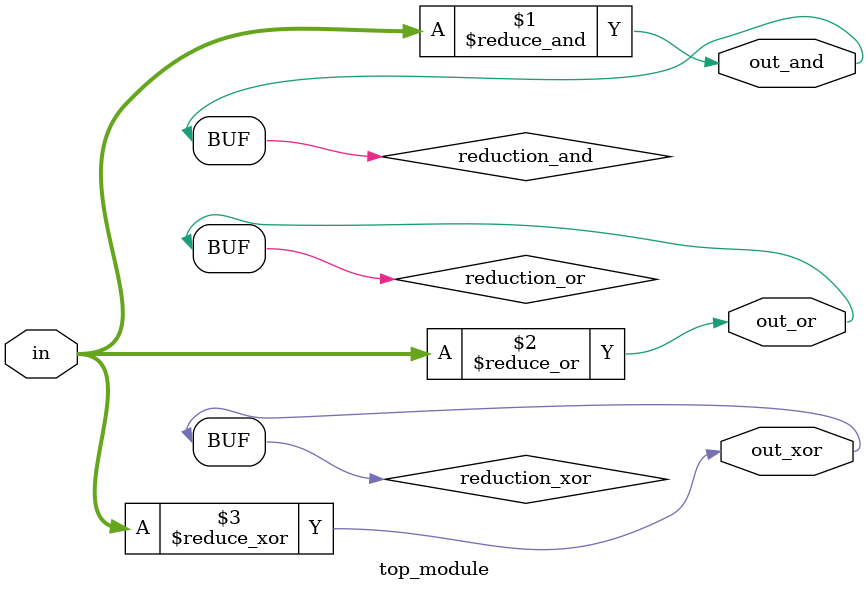
<source format=sv>
module top_module (
	input [99:0] in,
	output out_and,
	output out_or,
	output out_xor
);
	// Intermediate wires for reduction operations
	wire reduction_and;
	wire reduction_or;
	wire reduction_xor;

	// Reduction operations
	assign reduction_and = &in; // AND reduction
	assign reduction_or = |in;  // OR reduction
	assign reduction_xor = ^in; // XOR reduction

	// Assign the reductions to the output ports
	assign out_and = reduction_and;
	assign out_or = reduction_or;
	assign out_xor = reduction_xor;

endmodule

</source>
